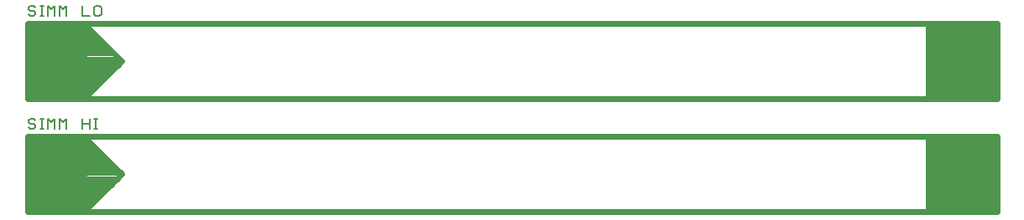
<source format=gto>
G75*
G70*
%OFA0B0*%
%FSLAX24Y24*%
%IPPOS*%
%LPD*%
%AMOC8*
5,1,8,0,0,1.08239X$1,22.5*
%
%ADD10C,0.0080*%
%ADD11C,0.0000*%
%ADD12C,0.0240*%
%ADD13C,0.0050*%
%ADD14C,0.0160*%
D10*
X001080Y005840D02*
X001010Y005910D01*
X001080Y005840D02*
X001220Y005840D01*
X001290Y005910D01*
X001290Y005980D01*
X001220Y006050D01*
X001080Y006050D01*
X001010Y006120D01*
X001010Y006190D01*
X001080Y006260D01*
X001220Y006260D01*
X001290Y006190D01*
X001470Y006260D02*
X001611Y006260D01*
X001540Y006260D02*
X001540Y005840D01*
X001470Y005840D02*
X001611Y005840D01*
X001777Y005840D02*
X001777Y006260D01*
X001917Y006120D01*
X002058Y006260D01*
X002058Y005840D01*
X002238Y005840D02*
X002238Y006260D01*
X002378Y006120D01*
X002518Y006260D01*
X002518Y005840D01*
X003158Y005840D02*
X003158Y006260D01*
X003158Y006050D02*
X003439Y006050D01*
X003439Y006260D02*
X003439Y005840D01*
X003619Y005840D02*
X003759Y005840D01*
X003689Y005840D02*
X003689Y006260D01*
X003619Y006260D02*
X003759Y006260D01*
X003689Y010340D02*
X003829Y010340D01*
X003899Y010410D01*
X003899Y010690D01*
X003829Y010760D01*
X003689Y010760D01*
X003619Y010690D01*
X003619Y010410D01*
X003689Y010340D01*
X003439Y010340D02*
X003158Y010340D01*
X003158Y010760D01*
X002518Y010760D02*
X002518Y010340D01*
X002238Y010340D02*
X002238Y010760D01*
X002378Y010620D01*
X002518Y010760D01*
X002058Y010760D02*
X002058Y010340D01*
X001777Y010340D02*
X001777Y010760D01*
X001917Y010620D01*
X002058Y010760D01*
X001611Y010760D02*
X001470Y010760D01*
X001540Y010760D02*
X001540Y010340D01*
X001470Y010340D02*
X001611Y010340D01*
X001290Y010410D02*
X001220Y010340D01*
X001080Y010340D01*
X001010Y010410D01*
X001080Y010550D02*
X001220Y010550D01*
X001290Y010480D01*
X001290Y010410D01*
X001080Y010550D02*
X001010Y010620D01*
X001010Y010690D01*
X001080Y010760D01*
X001220Y010760D01*
X001290Y010690D01*
D11*
X001480Y008550D02*
X001482Y008594D01*
X001488Y008637D01*
X001498Y008680D01*
X001511Y008722D01*
X001529Y008763D01*
X001549Y008801D01*
X001574Y008838D01*
X001601Y008872D01*
X001631Y008904D01*
X001664Y008933D01*
X001700Y008959D01*
X001738Y008981D01*
X001777Y009001D01*
X001819Y009016D01*
X001861Y009028D01*
X001904Y009036D01*
X001948Y009040D01*
X001992Y009040D01*
X002036Y009036D01*
X002079Y009028D01*
X002121Y009016D01*
X002163Y009001D01*
X002202Y008981D01*
X002240Y008959D01*
X002276Y008933D01*
X002309Y008904D01*
X002339Y008872D01*
X002366Y008838D01*
X002391Y008801D01*
X002411Y008763D01*
X002429Y008722D01*
X002442Y008680D01*
X002452Y008637D01*
X002458Y008594D01*
X002460Y008550D01*
X002458Y008506D01*
X002452Y008463D01*
X002442Y008420D01*
X002429Y008378D01*
X002411Y008337D01*
X002391Y008299D01*
X002366Y008262D01*
X002339Y008228D01*
X002309Y008196D01*
X002276Y008167D01*
X002240Y008141D01*
X002202Y008119D01*
X002163Y008099D01*
X002121Y008084D01*
X002079Y008072D01*
X002036Y008064D01*
X001992Y008060D01*
X001948Y008060D01*
X001904Y008064D01*
X001861Y008072D01*
X001819Y008084D01*
X001777Y008099D01*
X001738Y008119D01*
X001700Y008141D01*
X001664Y008167D01*
X001631Y008196D01*
X001601Y008228D01*
X001574Y008262D01*
X001549Y008299D01*
X001529Y008337D01*
X001511Y008378D01*
X001498Y008420D01*
X001488Y008463D01*
X001482Y008506D01*
X001480Y008550D01*
X001480Y004050D02*
X001482Y004094D01*
X001488Y004137D01*
X001498Y004180D01*
X001511Y004222D01*
X001529Y004263D01*
X001549Y004301D01*
X001574Y004338D01*
X001601Y004372D01*
X001631Y004404D01*
X001664Y004433D01*
X001700Y004459D01*
X001738Y004481D01*
X001777Y004501D01*
X001819Y004516D01*
X001861Y004528D01*
X001904Y004536D01*
X001948Y004540D01*
X001992Y004540D01*
X002036Y004536D01*
X002079Y004528D01*
X002121Y004516D01*
X002163Y004501D01*
X002202Y004481D01*
X002240Y004459D01*
X002276Y004433D01*
X002309Y004404D01*
X002339Y004372D01*
X002366Y004338D01*
X002391Y004301D01*
X002411Y004263D01*
X002429Y004222D01*
X002442Y004180D01*
X002452Y004137D01*
X002458Y004094D01*
X002460Y004050D01*
X002458Y004006D01*
X002452Y003963D01*
X002442Y003920D01*
X002429Y003878D01*
X002411Y003837D01*
X002391Y003799D01*
X002366Y003762D01*
X002339Y003728D01*
X002309Y003696D01*
X002276Y003667D01*
X002240Y003641D01*
X002202Y003619D01*
X002163Y003599D01*
X002121Y003584D01*
X002079Y003572D01*
X002036Y003564D01*
X001992Y003560D01*
X001948Y003560D01*
X001904Y003564D01*
X001861Y003572D01*
X001819Y003584D01*
X001777Y003599D01*
X001738Y003619D01*
X001700Y003641D01*
X001664Y003667D01*
X001631Y003696D01*
X001601Y003728D01*
X001574Y003762D01*
X001549Y003799D01*
X001529Y003837D01*
X001511Y003878D01*
X001498Y003920D01*
X001488Y003963D01*
X001482Y004006D01*
X001480Y004050D01*
X037980Y004050D02*
X037982Y004094D01*
X037988Y004137D01*
X037998Y004180D01*
X038011Y004222D01*
X038029Y004263D01*
X038049Y004301D01*
X038074Y004338D01*
X038101Y004372D01*
X038131Y004404D01*
X038164Y004433D01*
X038200Y004459D01*
X038238Y004481D01*
X038277Y004501D01*
X038319Y004516D01*
X038361Y004528D01*
X038404Y004536D01*
X038448Y004540D01*
X038492Y004540D01*
X038536Y004536D01*
X038579Y004528D01*
X038621Y004516D01*
X038663Y004501D01*
X038702Y004481D01*
X038740Y004459D01*
X038776Y004433D01*
X038809Y004404D01*
X038839Y004372D01*
X038866Y004338D01*
X038891Y004301D01*
X038911Y004263D01*
X038929Y004222D01*
X038942Y004180D01*
X038952Y004137D01*
X038958Y004094D01*
X038960Y004050D01*
X038958Y004006D01*
X038952Y003963D01*
X038942Y003920D01*
X038929Y003878D01*
X038911Y003837D01*
X038891Y003799D01*
X038866Y003762D01*
X038839Y003728D01*
X038809Y003696D01*
X038776Y003667D01*
X038740Y003641D01*
X038702Y003619D01*
X038663Y003599D01*
X038621Y003584D01*
X038579Y003572D01*
X038536Y003564D01*
X038492Y003560D01*
X038448Y003560D01*
X038404Y003564D01*
X038361Y003572D01*
X038319Y003584D01*
X038277Y003599D01*
X038238Y003619D01*
X038200Y003641D01*
X038164Y003667D01*
X038131Y003696D01*
X038101Y003728D01*
X038074Y003762D01*
X038049Y003799D01*
X038029Y003837D01*
X038011Y003878D01*
X037998Y003920D01*
X037988Y003963D01*
X037982Y004006D01*
X037980Y004050D01*
X037980Y008550D02*
X037982Y008594D01*
X037988Y008637D01*
X037998Y008680D01*
X038011Y008722D01*
X038029Y008763D01*
X038049Y008801D01*
X038074Y008838D01*
X038101Y008872D01*
X038131Y008904D01*
X038164Y008933D01*
X038200Y008959D01*
X038238Y008981D01*
X038277Y009001D01*
X038319Y009016D01*
X038361Y009028D01*
X038404Y009036D01*
X038448Y009040D01*
X038492Y009040D01*
X038536Y009036D01*
X038579Y009028D01*
X038621Y009016D01*
X038663Y009001D01*
X038702Y008981D01*
X038740Y008959D01*
X038776Y008933D01*
X038809Y008904D01*
X038839Y008872D01*
X038866Y008838D01*
X038891Y008801D01*
X038911Y008763D01*
X038929Y008722D01*
X038942Y008680D01*
X038952Y008637D01*
X038958Y008594D01*
X038960Y008550D01*
X038958Y008506D01*
X038952Y008463D01*
X038942Y008420D01*
X038929Y008378D01*
X038911Y008337D01*
X038891Y008299D01*
X038866Y008262D01*
X038839Y008228D01*
X038809Y008196D01*
X038776Y008167D01*
X038740Y008141D01*
X038702Y008119D01*
X038663Y008099D01*
X038621Y008084D01*
X038579Y008072D01*
X038536Y008064D01*
X038492Y008060D01*
X038448Y008060D01*
X038404Y008064D01*
X038361Y008072D01*
X038319Y008084D01*
X038277Y008099D01*
X038238Y008119D01*
X038200Y008141D01*
X038164Y008167D01*
X038131Y008196D01*
X038101Y008228D01*
X038074Y008262D01*
X038049Y008299D01*
X038029Y008337D01*
X038011Y008378D01*
X037998Y008420D01*
X037988Y008463D01*
X037982Y008506D01*
X037980Y008550D01*
D12*
X000970Y003050D02*
X000970Y002550D01*
X003220Y002550D01*
X003220Y003050D01*
X003220Y005050D01*
X002970Y005050D01*
X002970Y003050D01*
X003220Y003050D01*
X000970Y003050D01*
X000970Y002912D02*
X003220Y002912D01*
X003582Y002912D01*
X003344Y002674D02*
X003220Y002674D01*
X000970Y002674D01*
X000970Y002550D02*
X000970Y005550D01*
X003220Y005550D01*
X003220Y005050D01*
X000970Y005050D01*
X000970Y005550D01*
X003220Y005550D01*
X003220Y002550D01*
X004720Y004050D01*
X003220Y005550D01*
X003220Y002550D01*
X004720Y004050D01*
X003220Y005550D01*
X039470Y005550D01*
X039470Y002550D01*
X003220Y002550D01*
X000970Y002550D01*
X002970Y003151D02*
X003220Y003151D01*
X003821Y003151D01*
X004059Y003389D02*
X003220Y003389D01*
X002970Y003389D01*
X002970Y003628D02*
X003220Y003628D01*
X004298Y003628D01*
X004536Y003866D02*
X003220Y003866D01*
X002970Y003866D01*
X002970Y004105D02*
X003220Y004105D01*
X004665Y004105D01*
X004427Y004343D02*
X003220Y004343D01*
X002970Y004343D01*
X002970Y004582D02*
X003220Y004582D01*
X004188Y004582D01*
X003950Y004820D02*
X003220Y004820D01*
X002970Y004820D01*
X003220Y005059D02*
X000970Y005059D01*
X000970Y005297D02*
X003220Y005297D01*
X003473Y005297D01*
X003711Y005059D02*
X003220Y005059D01*
X003220Y005536D02*
X000970Y005536D01*
X003220Y005536D02*
X003234Y005536D01*
X003220Y007050D02*
X000970Y007050D01*
X000970Y007550D01*
X003220Y007550D01*
X003220Y009550D01*
X002970Y009550D01*
X002970Y007550D01*
X003220Y007550D01*
X003220Y007050D01*
X003220Y010050D01*
X003220Y009550D01*
X000970Y009550D01*
X000970Y010050D01*
X003220Y010050D01*
X004720Y008550D01*
X003220Y007050D01*
X003220Y010050D01*
X004720Y008550D01*
X003220Y007050D01*
X000970Y007050D01*
X000970Y010050D01*
X003220Y010050D01*
X039470Y010050D01*
X039470Y007050D01*
X003220Y007050D01*
X003220Y007205D02*
X000970Y007205D01*
X000970Y007444D02*
X003220Y007444D01*
X003614Y007444D01*
X003852Y007682D02*
X003220Y007682D01*
X002970Y007682D01*
X002970Y007921D02*
X003220Y007921D01*
X004091Y007921D01*
X004329Y008159D02*
X003220Y008159D01*
X002970Y008159D01*
X002970Y008398D02*
X003220Y008398D01*
X004568Y008398D01*
X004634Y008636D02*
X003220Y008636D01*
X002970Y008636D01*
X002970Y008875D02*
X003220Y008875D01*
X004395Y008875D01*
X004157Y009113D02*
X003220Y009113D01*
X002970Y009113D01*
X002970Y009352D02*
X003220Y009352D01*
X003918Y009352D01*
X003680Y009590D02*
X003220Y009590D01*
X000970Y009590D01*
X000970Y009829D02*
X003220Y009829D01*
X003441Y009829D01*
X003375Y007205D02*
X003220Y007205D01*
X019220Y007050D02*
X020220Y007050D01*
X020220Y002550D02*
X019220Y002550D01*
D13*
X002970Y002800D02*
X002970Y005050D01*
X000970Y005050D01*
X000970Y002800D01*
X002970Y002800D01*
X002970Y002815D02*
X000970Y002815D01*
X000970Y002863D02*
X002970Y002863D01*
X002970Y002912D02*
X000970Y002912D01*
X000970Y002960D02*
X002970Y002960D01*
X002970Y003009D02*
X000970Y003009D01*
X000970Y003057D02*
X002970Y003057D01*
X002970Y003106D02*
X000970Y003106D01*
X000970Y003154D02*
X002970Y003154D01*
X002970Y003203D02*
X000970Y003203D01*
X000970Y003251D02*
X002970Y003251D01*
X002970Y003300D02*
X000970Y003300D01*
X000970Y003348D02*
X002970Y003348D01*
X002970Y003397D02*
X000970Y003397D01*
X000970Y003445D02*
X002970Y003445D01*
X002970Y003494D02*
X000970Y003494D01*
X000970Y003542D02*
X002970Y003542D01*
X002970Y003591D02*
X000970Y003591D01*
X000970Y003639D02*
X002970Y003639D01*
X002970Y003688D02*
X000970Y003688D01*
X000970Y003736D02*
X002970Y003736D01*
X002970Y003785D02*
X000970Y003785D01*
X000970Y003833D02*
X002970Y003833D01*
X002970Y003882D02*
X000970Y003882D01*
X000970Y003930D02*
X002970Y003930D01*
X002970Y003979D02*
X000970Y003979D01*
X000970Y004027D02*
X002970Y004027D01*
X002970Y004076D02*
X000970Y004076D01*
X000970Y004124D02*
X002970Y004124D01*
X002970Y004173D02*
X000970Y004173D01*
X000970Y004221D02*
X002970Y004221D01*
X002970Y004270D02*
X000970Y004270D01*
X000970Y004318D02*
X002970Y004318D01*
X002970Y004367D02*
X000970Y004367D01*
X000970Y004415D02*
X002970Y004415D01*
X002970Y004464D02*
X000970Y004464D01*
X000970Y004512D02*
X002970Y004512D01*
X002970Y004561D02*
X000970Y004561D01*
X000970Y004609D02*
X002970Y004609D01*
X002970Y004658D02*
X000970Y004658D01*
X000970Y004706D02*
X002970Y004706D01*
X002970Y004755D02*
X000970Y004755D01*
X000970Y004803D02*
X002970Y004803D01*
X002970Y004852D02*
X000970Y004852D01*
X000970Y004900D02*
X002970Y004900D01*
X002970Y004949D02*
X000970Y004949D01*
X000970Y004997D02*
X002970Y004997D01*
X002970Y005046D02*
X000970Y005046D01*
X000970Y007300D02*
X002970Y007300D01*
X002970Y009550D01*
X000970Y009550D01*
X000970Y007300D01*
X000970Y007325D02*
X002970Y007325D01*
X002970Y007374D02*
X000970Y007374D01*
X000970Y007422D02*
X002970Y007422D01*
X002970Y007471D02*
X000970Y007471D01*
X000970Y007519D02*
X002970Y007519D01*
X002970Y007568D02*
X000970Y007568D01*
X000970Y007616D02*
X002970Y007616D01*
X002970Y007665D02*
X000970Y007665D01*
X000970Y007713D02*
X002970Y007713D01*
X002970Y007762D02*
X000970Y007762D01*
X000970Y007810D02*
X002970Y007810D01*
X002970Y007859D02*
X000970Y007859D01*
X000970Y007907D02*
X002970Y007907D01*
X002970Y007956D02*
X000970Y007956D01*
X000970Y008004D02*
X002970Y008004D01*
X002970Y008053D02*
X000970Y008053D01*
X000970Y008101D02*
X002970Y008101D01*
X002970Y008150D02*
X000970Y008150D01*
X000970Y008198D02*
X002970Y008198D01*
X002970Y008247D02*
X000970Y008247D01*
X000970Y008295D02*
X002970Y008295D01*
X002970Y008344D02*
X000970Y008344D01*
X000970Y008392D02*
X002970Y008392D01*
X002970Y008441D02*
X000970Y008441D01*
X000970Y008489D02*
X002970Y008489D01*
X002970Y008538D02*
X000970Y008538D01*
X000970Y008586D02*
X002970Y008586D01*
X002970Y008635D02*
X000970Y008635D01*
X000970Y008683D02*
X002970Y008683D01*
X002970Y008732D02*
X000970Y008732D01*
X000970Y008780D02*
X002970Y008780D01*
X002970Y008829D02*
X000970Y008829D01*
X000970Y008877D02*
X002970Y008877D01*
X002970Y008926D02*
X000970Y008926D01*
X000970Y008974D02*
X002970Y008974D01*
X002970Y009023D02*
X000970Y009023D01*
X000970Y009071D02*
X002970Y009071D01*
X002970Y009120D02*
X000970Y009120D01*
X000970Y009168D02*
X002970Y009168D01*
X002970Y009217D02*
X000970Y009217D01*
X000970Y009265D02*
X002970Y009265D01*
X002970Y009314D02*
X000970Y009314D01*
X000970Y009362D02*
X002970Y009362D01*
X002970Y009411D02*
X000970Y009411D01*
X000970Y009459D02*
X002970Y009459D01*
X002970Y009508D02*
X000970Y009508D01*
D14*
X036720Y009560D02*
X039470Y009560D01*
X039470Y009719D02*
X036720Y009719D01*
X036720Y009877D02*
X039470Y009877D01*
X039470Y010036D02*
X036720Y010036D01*
X036720Y010050D02*
X039470Y010050D01*
X039470Y007050D01*
X036720Y007050D01*
X036720Y010050D01*
X036720Y009402D02*
X039470Y009402D01*
X039470Y009243D02*
X036720Y009243D01*
X036720Y009085D02*
X039470Y009085D01*
X039470Y008926D02*
X036720Y008926D01*
X036720Y008768D02*
X039470Y008768D01*
X039470Y008609D02*
X036720Y008609D01*
X036720Y008451D02*
X039470Y008451D01*
X039470Y008292D02*
X036720Y008292D01*
X036720Y008134D02*
X039470Y008134D01*
X039470Y007975D02*
X036720Y007975D01*
X036720Y007817D02*
X039470Y007817D01*
X039470Y007658D02*
X036720Y007658D01*
X036720Y007500D02*
X039470Y007500D01*
X039470Y007341D02*
X036720Y007341D01*
X036720Y007183D02*
X039470Y007183D01*
X039470Y005550D02*
X036720Y005550D01*
X036720Y002550D01*
X039470Y002550D01*
X039470Y005550D01*
X039470Y005439D02*
X036720Y005439D01*
X036720Y005281D02*
X039470Y005281D01*
X039470Y005122D02*
X036720Y005122D01*
X036720Y004964D02*
X039470Y004964D01*
X039470Y004805D02*
X036720Y004805D01*
X036720Y004647D02*
X039470Y004647D01*
X039470Y004488D02*
X036720Y004488D01*
X036720Y004330D02*
X039470Y004330D01*
X039470Y004171D02*
X036720Y004171D01*
X036720Y004013D02*
X039470Y004013D01*
X039470Y003854D02*
X036720Y003854D01*
X036720Y003696D02*
X039470Y003696D01*
X039470Y003537D02*
X036720Y003537D01*
X036720Y003379D02*
X039470Y003379D01*
X039470Y003220D02*
X036720Y003220D01*
X036720Y003062D02*
X039470Y003062D01*
X039470Y002903D02*
X036720Y002903D01*
X036720Y002745D02*
X039470Y002745D01*
X039470Y002586D02*
X036720Y002586D01*
M02*

</source>
